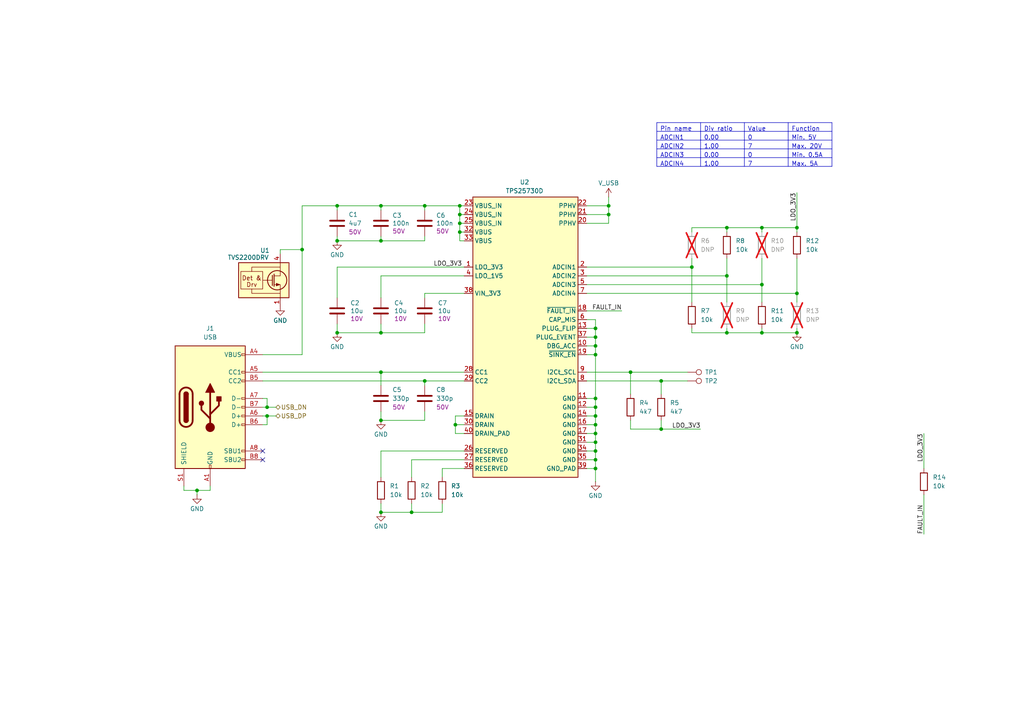
<source format=kicad_sch>
(kicad_sch (version 20250114) (generator "eeschema") (generator_version "9.0")
  (paper "A4")
  (title_block (title "USB-C WLED controller") (rev "1.0") (comment 1 "Resistors 1% tolerance"))
  (lib_symbols
    (symbol "Connector:TestPoint" (pin_numbers (hide yes)) (pin_names (offset 0.762) (hide yes))
      (property "Reference" "TP" (at 0 6.858 0))
      (property "Value" "TestPoint" (at 0 5.08 0))
      (symbol "TestPoint_0_1"
        (circle (center 0 3.302) (radius 0.762))
      )
      (symbol "TestPoint_1_1"
        (pin passive line (at 0 0 90) (length 2.54) (name "1") (number "1"))
      )
    )
    (symbol "Connector:USB_C_Receptacle_USB2.0_16P" (pin_names (offset 1.016))
      (property "Reference" "J" (at 0 22.225 0))
      (property "Value" "USB_C_Receptacle_USB2.0_16P" (at 0 19.685 0))
      (symbol "USB_C_Receptacle_USB2.0_16P_0_0"
        (rectangle (start -0.254 -17.78) (end 0.254 -16.764))
        (rectangle (start 10.16 15.494) (end 9.144 14.986))
        (rectangle (start 10.16 10.414) (end 9.144 9.906))
        (rectangle (start 10.16 7.874) (end 9.144 7.366))
        (rectangle (start 10.16 2.794) (end 9.144 2.286))
        (rectangle (start 10.16 0.254) (end 9.144 -0.254))
        (rectangle (start 10.16 -2.286) (end 9.144 -2.794))
        (rectangle (start 10.16 -4.826) (end 9.144 -5.334))
        (rectangle (start 10.16 -12.446) (end 9.144 -12.954))
        (rectangle (start 10.16 -14.986) (end 9.144 -15.494))
      )
      (symbol "USB_C_Receptacle_USB2.0_16P_0_1"
        (rectangle (start -10.16 17.78) (end 10.16 -17.78) (stroke (width 0.254)) (fill (type background)))
        (polyline (pts (xy -8.89 -3.81) (xy -8.89 3.81)) (stroke (width 0.508)))
        (rectangle (start -7.62 -3.81) (end -6.35 3.81) (stroke (width 0.254)) (fill (type outline)))
        (arc (start -7.62 3.81) (mid -6.985 4.4423) (end -6.35 3.81) (stroke (width 0.254)))
        (arc (start -7.62 3.81) (mid -6.985 4.4423) (end -6.35 3.81) (stroke (width 0.254)) (fill (type outline)))
        (arc (start -8.89 3.81) (mid -6.985 5.7067) (end -5.08 3.81) (stroke (width 0.508)))
        (arc (start -5.08 -3.81) (mid -6.985 -5.7067) (end -8.89 -3.81) (stroke (width 0.508)))
        (arc (start -6.35 -3.81) (mid -6.985 -4.4423) (end -7.62 -3.81) (stroke (width 0.254)))
        (arc (start -6.35 -3.81) (mid -6.985 -4.4423) (end -7.62 -3.81) (stroke (width 0.254)) (fill (type outline)))
        (polyline (pts (xy -5.08 3.81) (xy -5.08 -3.81)) (stroke (width 0.508)))
        (circle (center -2.54 1.143) (radius 0.635) (stroke (width 0.254)) (fill (type outline)))
        (polyline (pts (xy -1.27 4.318) (xy 0 6.858) (xy 1.27 4.318) (xy -1.27 4.318)) (stroke (width 0.254)) (fill (type outline)))
        (polyline (pts (xy 0 -2.032) (xy 2.54 0.508) (xy 2.54 1.778)) (stroke (width 0.508)))
        (polyline (pts (xy 0 -3.302) (xy -2.54 -0.762) (xy -2.54 0.508)) (stroke (width 0.508)))
        (polyline (pts (xy 0 -5.842) (xy 0 4.318)) (stroke (width 0.508)))
        (circle (center 0 -5.842) (radius 1.27) (fill (type outline)))
        (rectangle (start 1.905 1.778) (end 3.175 3.048) (stroke (width 0.254)) (fill (type outline)))
      )
      (symbol "USB_C_Receptacle_USB2.0_16P_1_1"
        (pin passive line (at -7.62 -22.86 90) (length 5.08) (name "SHIELD") (number "S1"))
        (pin passive line (at 0 -22.86 90) (length 5.08) (name "GND") (number "A1"))
        (pin passive line (at 0 -22.86 90) (length 5.08) (hide yes) (name "GND") (number "A12"))
        (pin passive line (at 0 -22.86 90) (length 5.08) (hide yes) (name "GND") (number "B1"))
        (pin passive line (at 0 -22.86 90) (length 5.08) (hide yes) (name "GND") (number "B12"))
        (pin passive line (at 15.24 15.24 180) (length 5.08) (name "VBUS") (number "A4"))
        (pin passive line (at 15.24 15.24 180) (length 5.08) (hide yes) (name "VBUS") (number "A9"))
        (pin passive line (at 15.24 15.24 180) (length 5.08) (hide yes) (name "VBUS") (number "B4"))
        (pin passive line (at 15.24 15.24 180) (length 5.08) (hide yes) (name "VBUS") (number "B9"))
        (pin bidirectional line (at 15.24 10.16 180) (length 5.08) (name "CC1") (number "A5"))
        (pin bidirectional line (at 15.24 7.62 180) (length 5.08) (name "CC2") (number "B5"))
        (pin bidirectional line (at 15.24 2.54 180) (length 5.08) (name "D-") (number "A7"))
        (pin bidirectional line (at 15.24 0 180) (length 5.08) (name "D-") (number "B7"))
        (pin bidirectional line (at 15.24 -2.54 180) (length 5.08) (name "D+") (number "A6"))
        (pin bidirectional line (at 15.24 -5.08 180) (length 5.08) (name "D+") (number "B6"))
        (pin bidirectional line (at 15.24 -12.7 180) (length 5.08) (name "SBU1") (number "A8"))
        (pin bidirectional line (at 15.24 -15.24 180) (length 5.08) (name "SBU2") (number "B8"))
      )
    )
    (symbol "Device:C" (pin_numbers (hide yes)) (pin_names (offset 0.254))
      (property "Reference" "C" (at 0.635 2.54 0))
      (property "Value" "C" (at 0.635 -2.54 0))
      (symbol "C_0_1"
        (polyline (pts (xy -2.032 0.762) (xy 2.032 0.762)) (stroke (width 0.508)))
        (polyline (pts (xy -2.032 -0.762) (xy 2.032 -0.762)) (stroke (width 0.508)))
      )
      (symbol "C_1_1"
        (pin passive line (at 0 3.81 270) (length 2.794) (name "~") (number "1"))
        (pin passive line (at 0 -3.81 90) (length 2.794) (name "~") (number "2"))
      )
    )
    (symbol "Device:R" (pin_numbers (hide yes)) (pin_names (offset 0))
      (property "Reference" "R" (at 2.032 0 90))
      (property "Value" "R" (at 0 0 90))
      (symbol "R_0_1"
        (rectangle (start -1.016 -2.54) (end 1.016 2.54) (stroke (width 0.254)))
      )
      (symbol "R_1_1"
        (pin passive line (at 0 3.81 270) (length 1.27) (name "~") (number "1"))
        (pin passive line (at 0 -3.81 90) (length 1.27) (name "~") (number "2"))
      )
    )
    (symbol "Power_Protection:TVS2200DRV" (pin_names (offset 0) (hide yes))
      (property "Reference" "U" (at 2.54 1.27 0))
      (property "Value" "TVS2200DRV" (at 2.54 -1.27 0))
      (symbol "TVS2200DRV_0_0"
        (rectangle (start -11.43 2.54) (end -5.08 -2.54))
        (polyline (pts (xy -8.255 2.54) (xy -8.255 3.81) (xy 0 3.81)))
        (polyline (pts (xy -8.255 -2.54) (xy -8.255 -3.81) (xy 0 -3.81)))
        (polyline (pts (xy 0 1.27) (xy -1.778 1.27)))
        (text "Det &" (at -8.255 0.635 0) (effects (font (size 1.27 1.27))))
        (text "Drv" (at -8.255 -1.27 0) (effects (font (size 1.27 1.27))))
      )
      (symbol "TVS2200DRV_0_1"
        (rectangle (start -12.065 5.08) (end 2.54 -5.08) (stroke (width 0.254)) (fill (type background)))
        (polyline (pts (xy -2.286 1.397) (xy -2.286 -1.524)) (stroke (width 0.254)))
        (polyline (pts (xy -2.286 0) (xy -5.08 0)))
        (polyline (pts (xy -1.778 1.778) (xy -1.778 -1.778)) (stroke (width 0.254)))
        (circle (center -0.889 0) (radius 2.794) (stroke (width 0.254)))
        (polyline (pts (xy -0.127 -1.27) (xy -1.143 -1.651) (xy -1.143 -0.889) (xy -0.127 -1.27)) (fill (type outline)))
        (polyline (pts (xy 0 5.08) (xy 0 2.54)))
        (polyline (pts (xy 0 2.54) (xy 0 1.27)))
        (polyline (pts (xy 0 -2.54) (xy 0 -5.08)))
        (polyline (pts (xy 0 -2.54) (xy 0 -1.27) (xy -1.778 -1.27)))
      )
      (symbol "TVS2200DRV_1_1"
        (pin passive line (at 0 7.62 270) (length 2.54) (name "IN") (number "4"))
        (pin passive line (at 0 7.62 270) (length 2.54) (hide yes) (name "IN") (number "5"))
        (pin passive line (at 0 7.62 270) (length 2.54) (hide yes) (name "IN") (number "6"))
        (pin power_in line (at 0 -7.62 90) (length 2.54) (name "GND") (number "1"))
        (pin passive line (at 0 -7.62 90) (length 2.54) (hide yes) (name "GND") (number "2"))
        (pin passive line (at 0 -7.62 90) (length 2.54) (hide yes) (name "GND") (number "3"))
        (pin passive line (at 0 -7.62 90) (length 2.54) (hide yes) (name "GND") (number "7"))
      )
    )
    (symbol "power:GND" (power) (pin_numbers (hide yes)) (pin_names (offset 0) (hide yes))
      (property "Value" "GND" (at 0 -3.81 0))
      (symbol "GND_0_1"
        (polyline (pts (xy 0 0) (xy 0 -1.27) (xy 1.27 -1.27) (xy 0 -2.54) (xy -1.27 -1.27) (xy 0 -1.27)))
      )
      (symbol "GND_1_1"
        (pin power_in line (at 0 0 270) (length 0) (name "~") (number "1"))
      )
    )
    (symbol "power:VDC" (power) (pin_numbers (hide yes)) (pin_names (offset 0) (hide yes))
      (property "Value" "VDC" (at 0 3.556 0))
      (symbol "VDC_0_1"
        (polyline (pts (xy -0.762 1.27) (xy 0 2.54)))
        (polyline (pts (xy 0 2.54) (xy 0.762 1.27)))
        (polyline (pts (xy 0 0) (xy 0 2.54)))
      )
      (symbol "VDC_1_1"
        (pin power_in line (at 0 0 90) (length 0) (name "~") (number "1"))
      )
    )
    (symbol "wled-controller:TPS25730D"
      (property "Reference" "U" (at 15.494 43.688 0))
      (property "Value" "TPS25730D" (at 14.986 -41.656 0))
      (symbol "TPS25730D_0_1"
        (rectangle (start -15.24 41.91) (end 15.24 -39.37) (stroke (width 0.25)) (fill (type background)))
      )
      (symbol "TPS25730D_1_1"
        (pin power_in line (at -17.78 39.37 0) (length 2.54) (name "VBUS_IN") (number "23"))
        (pin power_in line (at -17.78 36.83 0) (length 2.54) (name "VBUS_IN") (number "24"))
        (pin power_in line (at -17.78 34.29 0) (length 2.54) (name "VBUS_IN") (number "25"))
        (pin power_in line (at -17.78 31.75 0) (length 2.54) (name "VBUS") (number "32"))
        (pin power_in line (at -17.78 29.21 0) (length 2.54) (name "VBUS") (number "33"))
        (pin output line (at -17.78 21.59 0) (length 2.54) (name "LDO_3V3") (number "1"))
        (pin output line (at -17.78 19.05 0) (length 2.54) (name "LDO_1V5") (number "4"))
        (pin power_in line (at -17.78 13.97 0) (length 2.54) (name "VIN_3V3") (number "38"))
        (pin bidirectional line (at -17.78 -8.89 0) (length 2.54) (name "CC1") (number "28"))
        (pin bidirectional line (at -17.78 -11.43 0) (length 2.54) (name "CC2") (number "29"))
        (pin unspecified line (at -17.78 -21.59 0) (length 2.54) (name "DRAIN") (number "15"))
        (pin unspecified line (at -17.78 -24.13 0) (length 2.54) (name "DRAIN") (number "30"))
        (pin unspecified line (at -17.78 -26.67 0) (length 2.54) (name "DRAIN_PAD") (number "40"))
        (pin input line (at -17.78 -31.75 0) (length 2.54) (name "RESERVED") (number "26"))
        (pin input line (at -17.78 -34.29 0) (length 2.54) (name "RESERVED") (number "27"))
        (pin input line (at -17.78 -36.83 0) (length 2.54) (name "RESERVED") (number "36"))
        (pin power_out line (at 17.78 39.37 180) (length 2.54) (name "PPHV") (number "22"))
        (pin power_out line (at 17.78 36.83 180) (length 2.54) (name "PPHV") (number "21"))
        (pin power_out line (at 17.78 34.29 180) (length 2.54) (name "PPHV") (number "20"))
        (pin input line (at 17.78 21.59 180) (length 2.54) (name "ADCIN1") (number "2"))
        (pin input line (at 17.78 19.05 180) (length 2.54) (name "ADCIN2") (number "3"))
        (pin input line (at 17.78 16.51 180) (length 2.54) (name "ADCIN3") (number "5"))
        (pin input line (at 17.78 13.97 180) (length 2.54) (name "ADCIN4") (number "7"))
        (pin input line (at 17.78 8.89 180) (length 2.54) (name "~{FAULT_IN}") (number "18"))
        (pin open_collector line (at 17.78 6.35 180) (length 2.54) (name "CAP_MIS") (number "6"))
        (pin open_collector line (at 17.78 3.81 180) (length 2.54) (name "PLUG_FLIP") (number "13"))
        (pin open_collector line (at 17.78 1.27 180) (length 2.54) (name "PLUG_EVENT") (number "37"))
        (pin open_collector line (at 17.78 -1.27 180) (length 2.54) (name "DBG_ACC") (number "10"))
        (pin open_collector line (at 17.78 -3.81 180) (length 2.54) (name "~{SINK_EN}") (number "19"))
        (pin input line (at 17.78 -8.89 180) (length 2.54) (name "I2Ct_SCL") (number "9"))
        (pin bidirectional line (at 17.78 -11.43 180) (length 2.54) (name "I2Ct_SDA") (number "8"))
        (pin power_in line (at 17.78 -16.51 180) (length 2.54) (name "GND") (number "11"))
        (pin power_in line (at 17.78 -19.05 180) (length 2.54) (name "GND") (number "12"))
        (pin power_in line (at 17.78 -21.59 180) (length 2.54) (name "GND") (number "14"))
        (pin power_in line (at 17.78 -24.13 180) (length 2.54) (name "GND") (number "16"))
        (pin power_in line (at 17.78 -26.67 180) (length 2.54) (name "GND") (number "17"))
        (pin power_in line (at 17.78 -29.21 180) (length 2.54) (name "GND") (number "31"))
        (pin power_in line (at 17.78 -31.75 180) (length 2.54) (name "GND") (number "34"))
        (pin power_in line (at 17.78 -34.29 180) (length 2.54) (name "GND") (number "35"))
        (pin power_in line (at 17.78 -36.83 180) (length 2.54) (name "GND_PAD") (number "39"))
      )
    )
  )
  (junction (at 133.35 67.31))
  (junction (at 110.49 69.85))
  (junction (at 172.72 128.27))
  (junction (at 210.82 96.52))
  (junction (at 231.14 85.09))
  (junction (at 77.47 120.65))
  (junction (at 231.14 66.04))
  (junction (at 220.98 82.55))
  (junction (at 132.08 123.19))
  (junction (at 110.49 107.95))
  (junction (at 172.72 95.25))
  (junction (at 87.63 72.39))
  (junction (at 133.35 62.23))
  (junction (at 172.72 100.33))
  (junction (at 172.72 135.89))
  (junction (at 172.72 130.81))
  (junction (at 133.35 64.77))
  (junction (at 172.72 133.35))
  (junction (at 220.98 96.52))
  (junction (at 176.53 62.23))
  (junction (at 191.77 124.46))
  (junction (at 231.14 96.52))
  (junction (at 220.98 66.04))
  (junction (at 77.47 118.11))
  (junction (at 210.82 66.04))
  (junction (at 172.72 123.19))
  (junction (at 200.66 77.47))
  (junction (at 172.72 115.57))
  (junction (at 110.49 148.59))
  (junction (at 119.38 148.59))
  (junction (at 182.88 107.95))
  (junction (at 210.82 80.01))
  (junction (at 110.49 121.92))
  (junction (at 97.79 96.52))
  (junction (at 110.49 59.69))
  (junction (at 191.77 110.49))
  (junction (at 110.49 96.52))
  (junction (at 123.19 110.49))
  (junction (at 172.72 118.11))
  (junction (at 176.53 59.69))
  (junction (at 172.72 97.79))
  (junction (at 172.72 120.65))
  (junction (at 97.79 59.69))
  (junction (at 97.79 69.85))
  (junction (at 172.72 102.87))
  (junction (at 57.15 142.24))
  (junction (at 133.35 59.69))
  (junction (at 172.72 125.73))
  (junction (at 123.19 59.69))
  (no_connect (at 76.2 133.35))
  (no_connect (at 76.2 130.81))
  (wire (pts (xy 200.66 74.93) (xy 200.66 77.47)))
  (wire (pts (xy 133.35 67.31) (xy 133.35 64.77)))
  (wire (pts (xy 210.82 80.01) (xy 210.82 87.63)))
  (wire (pts (xy 110.49 59.69) (xy 123.19 59.69)))
  (wire (pts (xy 176.53 62.23) (xy 176.53 59.69)))
  (wire (pts (xy 110.49 119.38) (xy 110.49 121.92)))
  (wire (pts (xy 133.35 69.85) (xy 133.35 67.31)))
  (wire (pts (xy 110.49 93.98) (xy 110.49 96.52)))
  (wire (pts (xy 170.18 102.87) (xy 172.72 102.87)))
  (wire (pts (xy 170.18 59.69) (xy 176.53 59.69)))
  (wire (pts (xy 200.66 95.25) (xy 200.66 96.52)))
  (wire (pts (xy 172.72 100.33) (xy 172.72 102.87)))
  (wire (pts (xy 110.49 80.01) (xy 134.62 80.01)))
  (wire (pts (xy 170.18 125.73) (xy 172.72 125.73)))
  (wire (pts (xy 123.19 110.49) (xy 134.62 110.49)))
  (wire (pts (xy 231.14 55.88) (xy 231.14 66.04)))
  (wire (pts (xy 170.18 100.33) (xy 172.72 100.33)))
  (wire (pts (xy 172.72 95.25) (xy 172.72 97.79)))
  (wire (pts (xy 134.62 107.95) (xy 110.49 107.95)))
  (wire (pts (xy 231.14 74.93) (xy 231.14 85.09)))
  (wire (pts (xy 176.53 64.77) (xy 176.53 62.23)))
  (wire (pts (xy 182.88 124.46) (xy 191.77 124.46)))
  (wire (pts (xy 134.62 69.85) (xy 133.35 69.85)))
  (wire (pts (xy 191.77 110.49) (xy 199.39 110.49)))
  (wire (pts (xy 170.18 128.27) (xy 172.72 128.27)))
  (wire (pts (xy 220.98 82.55) (xy 220.98 87.63)))
  (wire (pts (xy 132.08 123.19) (xy 132.08 120.65)))
  (wire (pts (xy 170.18 95.25) (xy 172.72 95.25)))
  (wire (pts (xy 57.15 142.24) (xy 57.15 143.51)))
  (wire (pts (xy 172.72 92.71) (xy 172.72 95.25)))
  (wire (pts (xy 172.72 125.73) (xy 172.72 128.27)))
  (wire (pts (xy 123.19 93.98) (xy 123.19 96.52)))
  (wire (pts (xy 87.63 72.39) (xy 87.63 102.87)))
  (wire (pts (xy 87.63 59.69) (xy 87.63 72.39)))
  (wire (pts (xy 170.18 107.95) (xy 182.88 107.95)))
  (wire (pts (xy 267.97 143.51) (xy 267.97 154.94)))
  (wire (pts (xy 170.18 90.17) (xy 180.34 90.17)))
  (wire (pts (xy 134.62 125.73) (xy 132.08 125.73)))
  (wire (pts (xy 170.18 85.09) (xy 231.14 85.09)))
  (wire (pts (xy 172.72 120.65) (xy 172.72 123.19)))
  (wire (pts (xy 210.82 74.93) (xy 210.82 80.01)))
  (wire (pts (xy 123.19 119.38) (xy 123.19 121.92)))
  (wire (pts (xy 133.35 62.23) (xy 134.62 62.23)))
  (wire (pts (xy 110.49 86.36) (xy 110.49 80.01)))
  (wire (pts (xy 170.18 135.89) (xy 172.72 135.89)))
  (wire (pts (xy 231.14 66.04) (xy 231.14 67.31)))
  (wire (pts (xy 128.27 148.59) (xy 119.38 148.59)))
  (wire (pts (xy 76.2 107.95) (xy 110.49 107.95)))
  (wire (pts (xy 133.35 64.77) (xy 133.35 62.23)))
  (wire (pts (xy 133.35 62.23) (xy 133.35 59.69)))
  (wire (pts (xy 132.08 123.19) (xy 134.62 123.19)))
  (wire (pts (xy 172.72 130.81) (xy 172.72 133.35)))
  (wire (pts (xy 133.35 64.77) (xy 134.62 64.77)))
  (wire (pts (xy 123.19 86.36) (xy 123.19 85.09)))
  (wire (pts (xy 97.79 77.47) (xy 134.62 77.47)))
  (wire (pts (xy 110.49 146.05) (xy 110.49 148.59)))
  (wire (pts (xy 123.19 59.69) (xy 133.35 59.69)))
  (wire (pts (xy 97.79 93.98) (xy 97.79 96.52)))
  (wire (pts (xy 97.79 69.85) (xy 110.49 69.85)))
  (wire (pts (xy 110.49 130.81) (xy 110.49 138.43)))
  (wire (pts (xy 170.18 133.35) (xy 172.72 133.35)))
  (wire (pts (xy 182.88 107.95) (xy 199.39 107.95)))
  (wire (pts (xy 172.72 97.79) (xy 172.72 100.33)))
  (wire (pts (xy 76.2 118.11) (xy 77.47 118.11)))
  (wire (pts (xy 57.15 142.24) (xy 60.96 142.24)))
  (wire (pts (xy 123.19 111.76) (xy 123.19 110.49)))
  (wire (pts (xy 60.96 140.97) (xy 60.96 142.24)))
  (wire (pts (xy 97.79 68.58) (xy 97.79 69.85)))
  (wire (pts (xy 191.77 121.92) (xy 191.77 124.46)))
  (wire (pts (xy 110.49 69.85) (xy 123.19 69.85)))
  (wire (pts (xy 87.63 59.69) (xy 97.79 59.69)))
  (wire (pts (xy 134.62 130.81) (xy 110.49 130.81)))
  (wire (pts (xy 76.2 123.19) (xy 77.47 123.19)))
  (wire (pts (xy 210.82 66.04) (xy 210.82 67.31)))
  (wire (pts (xy 110.49 59.69) (xy 110.49 60.96)))
  (wire (pts (xy 77.47 120.65) (xy 77.47 123.19)))
  (wire (pts (xy 200.66 77.47) (xy 200.66 87.63)))
  (wire (pts (xy 176.53 57.15) (xy 176.53 59.69)))
  (wire (pts (xy 172.72 135.89) (xy 172.72 139.7)))
  (wire (pts (xy 170.18 118.11) (xy 172.72 118.11)))
  (wire (pts (xy 200.66 67.31) (xy 200.66 66.04)))
  (wire (pts (xy 123.19 68.58) (xy 123.19 69.85)))
  (wire (pts (xy 133.35 59.69) (xy 134.62 59.69)))
  (wire (pts (xy 220.98 74.93) (xy 220.98 82.55)))
  (wire (pts (xy 132.08 120.65) (xy 134.62 120.65)))
  (wire (pts (xy 76.2 120.65) (xy 77.47 120.65)))
  (wire (pts (xy 172.72 118.11) (xy 172.72 120.65)))
  (wire (pts (xy 81.28 72.39) (xy 87.63 72.39)))
  (wire (pts (xy 76.2 115.57) (xy 77.47 115.57)))
  (wire (pts (xy 134.62 133.35) (xy 119.38 133.35)))
  (wire (pts (xy 220.98 66.04) (xy 231.14 66.04)))
  (wire (pts (xy 172.72 128.27) (xy 172.72 130.81)))
  (wire (pts (xy 191.77 110.49) (xy 191.77 114.3)))
  (wire (pts (xy 77.47 118.11) (xy 80.01 118.11)))
  (wire (pts (xy 53.34 142.24) (xy 57.15 142.24)))
  (wire (pts (xy 172.72 102.87) (xy 172.72 115.57)))
  (wire (pts (xy 172.72 133.35) (xy 172.72 135.89)))
  (wire (pts (xy 220.98 95.25) (xy 220.98 96.52)))
  (wire (pts (xy 123.19 96.52) (xy 110.49 96.52)))
  (wire (pts (xy 170.18 80.01) (xy 210.82 80.01)))
  (wire (pts (xy 170.18 82.55) (xy 220.98 82.55)))
  (wire (pts (xy 220.98 96.52) (xy 231.14 96.52)))
  (wire (pts (xy 76.2 102.87) (xy 87.63 102.87)))
  (wire (pts (xy 77.47 120.65) (xy 80.01 120.65)))
  (wire (pts (xy 170.18 120.65) (xy 172.72 120.65)))
  (wire (pts (xy 267.97 125.73) (xy 267.97 135.89)))
  (wire (pts (xy 123.19 85.09) (xy 134.62 85.09)))
  (wire (pts (xy 170.18 64.77) (xy 176.53 64.77)))
  (wire (pts (xy 200.66 96.52) (xy 210.82 96.52)))
  (wire (pts (xy 210.82 66.04) (xy 220.98 66.04)))
  (wire (pts (xy 133.35 67.31) (xy 134.62 67.31)))
  (wire (pts (xy 191.77 124.46) (xy 203.2 124.46)))
  (wire (pts (xy 123.19 59.69) (xy 123.19 60.96)))
  (wire (pts (xy 128.27 135.89) (xy 128.27 138.43)))
  (wire (pts (xy 170.18 123.19) (xy 172.72 123.19)))
  (wire (pts (xy 119.38 133.35) (xy 119.38 138.43)))
  (wire (pts (xy 170.18 97.79) (xy 172.72 97.79)))
  (wire (pts (xy 110.49 121.92) (xy 123.19 121.92)))
  (wire (pts (xy 170.18 92.71) (xy 172.72 92.71)))
  (wire (pts (xy 172.72 115.57) (xy 172.72 118.11)))
  (wire (pts (xy 231.14 85.09) (xy 231.14 87.63)))
  (wire (pts (xy 220.98 66.04) (xy 220.98 67.31)))
  (wire (pts (xy 76.2 110.49) (xy 123.19 110.49)))
  (wire (pts (xy 231.14 95.25) (xy 231.14 96.52)))
  (wire (pts (xy 210.82 95.25) (xy 210.82 96.52)))
  (wire (pts (xy 110.49 68.58) (xy 110.49 69.85)))
  (wire (pts (xy 200.66 66.04) (xy 210.82 66.04)))
  (wire (pts (xy 97.79 86.36) (xy 97.79 77.47)))
  (wire (pts (xy 132.08 125.73) (xy 132.08 123.19)))
  (wire (pts (xy 172.72 123.19) (xy 172.72 125.73)))
  (wire (pts (xy 77.47 118.11) (xy 77.47 115.57)))
  (wire (pts (xy 110.49 96.52) (xy 97.79 96.52)))
  (wire (pts (xy 119.38 146.05) (xy 119.38 148.59)))
  (wire (pts (xy 110.49 107.95) (xy 110.49 111.76)))
  (wire (pts (xy 53.34 140.97) (xy 53.34 142.24)))
  (wire (pts (xy 134.62 135.89) (xy 128.27 135.89)))
  (wire (pts (xy 210.82 96.52) (xy 220.98 96.52)))
  (wire (pts (xy 128.27 146.05) (xy 128.27 148.59)))
  (wire (pts (xy 170.18 62.23) (xy 176.53 62.23)))
  (wire (pts (xy 81.28 73.66) (xy 81.28 72.39)))
  (wire (pts (xy 119.38 148.59) (xy 110.49 148.59)))
  (wire (pts (xy 97.79 59.69) (xy 97.79 60.96)))
  (wire (pts (xy 170.18 110.49) (xy 191.77 110.49)))
  (wire (pts (xy 182.88 121.92) (xy 182.88 124.46)))
  (wire (pts (xy 97.79 59.69) (xy 110.49 59.69)))
  (wire (pts (xy 170.18 130.81) (xy 172.72 130.81)))
  (wire (pts (xy 170.18 77.47) (xy 200.66 77.47)))
  (wire (pts (xy 170.18 115.57) (xy 172.72 115.57)))
  (wire (pts (xy 182.88 107.95) (xy 182.88 114.3)))
  (table (column_count 4) (border (external yes) (header yes) (stroke (width 0.254))) (separators (rows yes) (cols yes)) (column_widths 12.7 12.7 12.7 12.7) (row_heights 2.54 2.54 2.54 2.54 2.54) (cells (table_cell "Pin name" (at 190.5 35.56 0) (size 12.7 2.54) (margins 0.9525 0.9525 0.9525 0.9525) (span 1 1)) (table_cell "Div ratio" (at 203.2 35.56 0) (size 12.7 2.54) (margins 0.9525 0.9525 0.9525 0.9525) (span 1 1)) (table_cell "Value" (at 215.9 35.56 0) (size 12.7 2.54) (margins 0.9525 0.9525 0.9525 0.9525) (span 1 1)) (table_cell "Function" (at 228.6 35.56 0) (size 12.7 2.54) (margins 0.9525 0.9525 0.9525 0.9525) (span 1 1)) (table_cell "ADCIN1" (at 190.5 38.1 0) (size 12.7 2.54) (margins 0.9525 0.9525 0.9525 0.9525) (span 1 1)) (table_cell "0.00" (at 203.2 38.1 0) (size 12.7 2.54) (margins 0.9525 0.9525 0.9525 0.9525) (span 1 1)) (table_cell "0" (at 215.9 38.1 0) (size 12.7 2.54) (margins 0.9525 0.9525 0.9525 0.9525) (span 1 1)) (table_cell "Min. 5V" (at 228.6 38.1 0) (size 12.7 2.54) (margins 0.9525 0.9525 0.9525 0.9525) (span 1 1)) (table_cell "ADCIN2" (at 190.5 40.64 0) (size 12.7 2.54) (margins 0.9525 0.9525 0.9525 0.9525) (span 1 1)) (table_cell "1.00" (at 203.2 40.64 0) (size 12.7 2.54) (margins 0.9525 0.9525 0.9525 0.9525) (span 1 1)) (table_cell "7" (at 215.9 40.64 0) (size 12.7 2.54) (margins 0.9525 0.9525 0.9525 0.9525) (span 1 1)) (table_cell "Max. 20V" (at 228.6 40.64 0) (size 12.7 2.54) (margins 0.9525 0.9525 0.9525 0.9525) (span 1 1)) (table_cell "ADCIN3" (at 190.5 43.18 0) (size 12.7 2.54) (margins 0.9525 0.9525 0.9525 0.9525) (span 1 1)) (table_cell "0.00" (at 203.2 43.18 0) (size 12.7 2.54) (margins 0.9525 0.9525 0.9525 0.9525) (span 1 1)) (table_cell "0" (at 215.9 43.18 0) (size 12.7 2.54) (margins 0.9525 0.9525 0.9525 0.9525) (span 1 1)) (table_cell "Min. 0.5A" (at 228.6 43.18 0) (size 12.7 2.54) (margins 0.9525 0.9525 0.9525 0.9525) (span 1 1)) (table_cell "ADCIN4" (at 190.5 45.72 0) (size 12.7 2.54) (margins 0.9525 0.9525 0.9525 0.9525) (span 1 1)) (table_cell "1.00" (at 203.2 45.72 0) (size 12.7 2.54) (margins 0.9525 0.9525 0.9525 0.9525) (span 1 1)) (table_cell "7" (at 215.9 45.72 0) (size 12.7 2.54) (margins 0.9525 0.9525 0.9525 0.9525) (span 1 1)) (table_cell "Max. 5A" (at 228.6 45.72 0) (size 12.7 2.54) (margins 0.9525 0.9525 0.9525 0.9525) (span 1 1))))
  (label "LDO_3V3" (at 125.73 77.47 0))
  (label "LDO_3V3" (at 231.14 55.88 270))
  (label "FAULT_IN" (at 180.34 90.17 180))
  (label "LDO_3V3" (at 203.2 124.46 180))
  (label "LDO_3V3" (at 267.97 125.73 270))
  (label "FAULT_IN" (at 267.97 154.94 90))
  (hierarchical_label "USB_DP" (shape bidirectional) (at 80.01 120.65 0))
  (hierarchical_label "USB_DN" (shape bidirectional) (at 80.01 118.11 0))
  (symbol (lib_id "Connector:TestPoint") (at 199.39 107.95 270) (unit 1)
    (property "Reference" "TP1" (at 204.47 107.95 90) (effects (justify left)))
    (property "Value" "TESTPOINT" (effects (hide yes)))
    (property "Footprint" "TestPoint:TestPoint_Pad_D1.0mm" (effects (hide yes)))
    (property "Datasheet" "-" (effects (hide yes)))
    (property "Description" "test point" (effects (hide yes)))
    (property "JLCPCB" "-" (effects (hide yes)))
    (property "Voltage" "-" (effects (hide yes)))
  )
  (symbol (lib_id "power:GND") (at 97.79 69.85 0) (unit 1)
    (property "Reference" "#PWR06" (effects (hide yes)))
    (property "Value" "GND" (at 97.79 73.914 0))
    (property "Description" "Power symbol creates a global label with name \"GND\" , ground" (effects (hide yes)))
  )
  (symbol (lib_id "Device:R") (at 267.97 139.7 0) (unit 1)
    (property "Reference" "R14" (at 270.51 138.4299 0) (effects (justify left)))
    (property "Value" "10k" (at 270.51 140.9699 0) (effects (justify left)))
    (property "Footprint" "Resistor_SMD:R_0603_1608Metric" (effects (hide yes)))
    (property "Datasheet" "https://jlcpcb.com/partdetail/26547-0603WAF1002T5E/C25804" (effects (hide yes)))
    (property "Description" "Resistor" (effects (hide yes)))
    (property "JLCPCB" "C25804" (effects (hide yes)))
    (property "Voltage" "-" (effects (hide yes)))
  )
  (symbol (lib_id "Device:C") (at 97.79 64.77 0) (unit 1)
    (property "Reference" "C1" (at 101.092 62.2299 0) (effects (justify left)))
    (property "Value" "4u7" (at 101.092 64.7699 0) (effects (justify left)))
    (property "Footprint" "Capacitor_SMD:C_1206_3216Metric" (effects (hide yes)))
    (property "Datasheet" "https://jlcpcb.com/partdetail/30577-1206B475K500NT/C29823" (effects (hide yes)))
    (property "Description" "Unpolarized capacitor" (effects (hide yes)))
    (property "Voltage" "50V" (at 101.092 67.31 0) (effects (justify left)))
    (property "JLCPCB" "C29823" (effects (hide yes)))
  )
  (symbol (lib_id "Device:C") (at 110.49 64.77 0) (unit 1)
    (property "Reference" "C3" (at 113.792 62.4841 0) (effects (justify left)))
    (property "Value" "100n" (at 113.792 64.77 0) (effects (justify left)))
    (property "Footprint" "Capacitor_SMD:C_0603_1608Metric" (effects (hide yes)))
    (property "Datasheet" "https://jlcpcb.com/partdetail/Yageo-CC0603KRX7R9BB104/C14663" (effects (hide yes)))
    (property "Description" "Unpolarized capacitor" (effects (hide yes)))
    (property "JLCPCB" "C14663" (effects (hide yes)))
    (property "Voltage" "50V" (at 113.792 67.0561 0) (effects (justify left)))
  )
  (symbol (lib_id "power:GND") (at 110.49 121.92 0) (unit 1)
    (property "Reference" "#PWR08" (effects (hide yes)))
    (property "Value" "GND" (at 110.49 125.984 0))
    (property "Description" "Power symbol creates a global label with name \"GND\" , ground" (effects (hide yes)))
  )
  (symbol (lib_id "Device:R") (at 200.66 91.44 0) (unit 1)
    (property "Reference" "R7" (at 203.2 90.1699 0) (effects (justify left)))
    (property "Value" "10k" (at 203.2 92.7099 0) (effects (justify left)))
    (property "Footprint" "Resistor_SMD:R_0603_1608Metric" (effects (hide yes)))
    (property "Datasheet" "https://jlcpcb.com/partdetail/26547-0603WAF1002T5E/C25804" (effects (hide yes)))
    (property "Description" "Resistor" (effects (hide yes)))
    (property "JLCPCB" "C25804" (effects (hide yes)))
    (property "Voltage" "-" (effects (hide yes)))
  )
  (symbol (lib_id "Device:C") (at 110.49 90.17 0) (unit 1)
    (property "Reference" "C4" (at 114.3 87.8841 0) (effects (justify left)))
    (property "Value" "10u" (at 114.3 90.17 0) (effects (justify left)))
    (property "Footprint" "Capacitor_SMD:C_0603_1608Metric" (effects (hide yes)))
    (property "Datasheet" "https://jlcpcb.com/partdetail/20411-CL10A106KP8NNNC/C19702" (effects (hide yes)))
    (property "Description" "Unpolarized capacitor" (effects (hide yes)))
    (property "JLCPCB" "C19702" (effects (hide yes)))
    (property "Voltage" "10V" (at 114.3 92.4561 0) (effects (justify left)))
  )
  (symbol (lib_id "Device:R") (at 210.82 91.44 0) (unit 1) (dnp yes)
    (property "Reference" "R9" (at 213.36 90.1699 0) (effects (justify left)))
    (property "Value" "DNP" (at 213.36 92.7099 0) (effects (justify left)))
    (property "Footprint" "Resistor_SMD:R_0603_1608Metric" (effects (hide yes)))
    (property "Datasheet" "-" (effects (hide yes)))
    (property "Description" "Resistor" (effects (hide yes)))
    (property "JLCPCB" "-" (effects (hide yes)))
    (property "Voltage" "-" (effects (hide yes)))
  )
  (symbol (lib_id "Device:C") (at 97.79 90.17 0) (unit 1)
    (property "Reference" "C2" (at 101.6 87.8841 0) (effects (justify left)))
    (property "Value" "10u" (at 101.6 90.17 0) (effects (justify left)))
    (property "Footprint" "Capacitor_SMD:C_0603_1608Metric" (effects (hide yes)))
    (property "Datasheet" "https://jlcpcb.com/partdetail/20411-CL10A106KP8NNNC/C19702" (effects (hide yes)))
    (property "Description" "Unpolarized capacitor" (effects (hide yes)))
    (property "JLCPCB" "C19702" (effects (hide yes)))
    (property "Voltage" "10V" (at 101.6 92.4561 0) (effects (justify left)))
  )
  (symbol (lib_id "Power_Protection:TVS2200DRV") (at 81.28 81.28 0) (unit 1)
    (property "Reference" "U1" (at 78.232 72.644 0) (effects (justify right)))
    (property "Value" "TVS2200DRV" (at 77.978 74.676 0) (effects (justify right)))
    (property "Footprint" "Package_SON:WSON-6-1EP_2x2mm_P0.65mm_EP1x1.6mm" (effects (hide yes)))
    (property "Datasheet" "https://jlcpcb.com/partdetail/TexasInstruments-TVS2200DRVR/C523793" (effects (hide yes)))
    (property "Description" "Flat-Clamp Surge Protection Device. 22Vrwm, WSON-6" (effects (hide yes)))
    (property "JLCPCB" "C523793" (effects (hide yes)))
    (property "Voltage" "-" (effects (hide yes)))
  )
  (symbol (lib_id "power:GND") (at 231.14 96.52 0) (unit 1)
    (property "Reference" "#PWR012" (effects (hide yes)))
    (property "Value" "GND" (at 231.14 100.584 0))
    (property "Description" "Power symbol creates a global label with name \"GND\" , ground" (effects (hide yes)))
  )
  (symbol (lib_id "Device:R") (at 128.27 142.24 0) (unit 1)
    (property "Reference" "R3" (at 130.81 140.9699 0) (effects (justify left)))
    (property "Value" "10k" (at 130.81 143.5099 0) (effects (justify left)))
    (property "Footprint" "Resistor_SMD:R_0603_1608Metric" (effects (hide yes)))
    (property "Datasheet" "https://jlcpcb.com/partdetail/26547-0603WAF1002T5E/C25804" (effects (hide yes)))
    (property "Description" "Resistor" (effects (hide yes)))
    (property "JLCPCB" "C25804" (effects (hide yes)))
    (property "Voltage" "-" (effects (hide yes)))
  )
  (symbol (lib_id "Device:C") (at 110.49 115.57 0) (unit 1)
    (property "Reference" "C5" (at 113.792 113.03 0) (effects (justify left)))
    (property "Value" "330p" (at 113.792 115.57 0) (effects (justify left)))
    (property "Footprint" "Capacitor_SMD:C_0603_1608Metric" (effects (hide yes)))
    (property "Datasheet" "https://jlcpcb.com/partdetail/2016-CL10C331JB8NNNC/C1664" (effects (hide yes)))
    (property "Description" "Unpolarized capacitor" (effects (hide yes)))
    (property "Voltage" "50V" (at 113.792 118.1101 0) (effects (justify left)))
    (property "JLCPCB" "C1664" (effects (hide yes)))
  )
  (symbol (lib_id "Device:R") (at 200.66 71.12 0) (unit 1) (dnp yes)
    (property "Reference" "R6" (at 203.2 69.8499 0) (effects (justify left)))
    (property "Value" "DNP" (at 203.2 72.3899 0) (effects (justify left)))
    (property "Footprint" "Resistor_SMD:R_0603_1608Metric" (effects (hide yes)))
    (property "Datasheet" "-" (effects (hide yes)))
    (property "Description" "Resistor" (effects (hide yes)))
    (property "JLCPCB" "-" (effects (hide yes)))
    (property "Voltage" "-" (effects (hide yes)))
  )
  (symbol (lib_id "Device:R") (at 210.82 71.12 0) (unit 1)
    (property "Reference" "R8" (at 213.36 69.8499 0) (effects (justify left)))
    (property "Value" "10k" (at 213.36 72.3899 0) (effects (justify left)))
    (property "Footprint" "Resistor_SMD:R_0603_1608Metric" (effects (hide yes)))
    (property "Datasheet" "https://jlcpcb.com/partdetail/26547-0603WAF1002T5E/C25804" (effects (hide yes)))
    (property "Description" "Resistor" (effects (hide yes)))
    (property "JLCPCB" "C25804" (effects (hide yes)))
    (property "Voltage" "-" (effects (hide yes)))
  )
  (symbol (lib_id "Device:R") (at 110.49 142.24 0) (unit 1)
    (property "Reference" "R1" (at 113.03 140.9699 0) (effects (justify left)))
    (property "Value" "10k" (at 113.03 143.5099 0) (effects (justify left)))
    (property "Footprint" "Resistor_SMD:R_0603_1608Metric" (effects (hide yes)))
    (property "Datasheet" "https://jlcpcb.com/partdetail/26547-0603WAF1002T5E/C25804" (effects (hide yes)))
    (property "Description" "Resistor" (effects (hide yes)))
    (property "JLCPCB" "C25804" (effects (hide yes)))
    (property "Voltage" "-" (effects (hide yes)))
  )
  (symbol (lib_id "Device:R") (at 191.77 118.11 0) (unit 1)
    (property "Reference" "R5" (at 194.31 116.8399 0) (effects (justify left)))
    (property "Value" "4k7" (at 194.31 119.3799 0) (effects (justify left)))
    (property "Footprint" "Resistor_SMD:R_0603_1608Metric" (effects (hide yes)))
    (property "Datasheet" "https://jlcpcb.com/partdetail/23889-0603WAF4701T5E/C23162" (effects (hide yes)))
    (property "Description" "Resistor" (effects (hide yes)))
    (property "JLCPCB" "C23162" (effects (hide yes)))
    (property "Voltage" "-" (effects (hide yes)))
  )
  (symbol (lib_id "Device:R") (at 182.88 118.11 0) (unit 1)
    (property "Reference" "R4" (at 185.42 116.8399 0) (effects (justify left)))
    (property "Value" "4k7" (at 185.42 119.3799 0) (effects (justify left)))
    (property "Footprint" "Resistor_SMD:R_0603_1608Metric" (effects (hide yes)))
    (property "Datasheet" "https://jlcpcb.com/partdetail/23889-0603WAF4701T5E/C23162" (effects (hide yes)))
    (property "Description" "Resistor" (effects (hide yes)))
    (property "JLCPCB" "C23162" (effects (hide yes)))
    (property "Voltage" "-" (effects (hide yes)))
  )
  (symbol (lib_id "Device:R") (at 220.98 91.44 0) (unit 1)
    (property "Reference" "R11" (at 223.52 90.1699 0) (effects (justify left)))
    (property "Value" "10k" (at 223.52 92.7099 0) (effects (justify left)))
    (property "Footprint" "Resistor_SMD:R_0603_1608Metric" (effects (hide yes)))
    (property "Datasheet" "https://jlcpcb.com/partdetail/26547-0603WAF1002T5E/C25804" (effects (hide yes)))
    (property "Description" "Resistor" (effects (hide yes)))
    (property "JLCPCB" "C25804" (effects (hide yes)))
    (property "Voltage" "-" (effects (hide yes)))
  )
  (symbol (lib_id "power:GND") (at 57.15 143.51 0) (unit 1)
    (property "Reference" "#PWR04" (effects (hide yes)))
    (property "Value" "GND" (at 57.15 147.574 0))
    (property "Description" "Power symbol creates a global label with name \"GND\" , ground" (effects (hide yes)))
  )
  (symbol (lib_id "power:GND") (at 81.28 88.9 0) (unit 1)
    (property "Reference" "#PWR05" (effects (hide yes)))
    (property "Value" "GND" (at 81.28 92.964 0))
    (property "Description" "Power symbol creates a global label with name \"GND\" , ground" (effects (hide yes)))
  )
  (symbol (lib_id "wled-controller:TPS25730D") (at 152.4 99.06 0) (unit 1)
    (property "Reference" "U2" (at 152.146 52.832 0))
    (property "Value" "TPS25730D" (at 152.146 55.372 0))
    (property "Footprint" "wled-footprints:IC_TPS25750DRJKR" (effects (hide yes)))
    (property "Datasheet" "https://jlcpcb.com/partdetail/TexasInstruments-TPS25730DREFR/C22438973" (effects (hide yes)))
    (property "JLCPCB" "C22438973" (effects (hide yes)))
    (property "Voltage" "-" (effects (hide yes)))
  )
  (symbol (lib_id "Device:C") (at 123.19 64.77 0) (unit 1)
    (property "Reference" "C6" (at 126.492 62.4841 0) (effects (justify left)))
    (property "Value" "100n" (at 126.492 64.77 0) (effects (justify left)))
    (property "Footprint" "Capacitor_SMD:C_0603_1608Metric" (effects (hide yes)))
    (property "Datasheet" "https://jlcpcb.com/partdetail/Yageo-CC0603KRX7R9BB104/C14663" (effects (hide yes)))
    (property "Description" "Unpolarized capacitor" (effects (hide yes)))
    (property "JLCPCB" "C14663" (effects (hide yes)))
    (property "Voltage" "50V" (at 126.492 67.0561 0) (effects (justify left)))
  )
  (symbol (lib_id "power:VDC") (at 176.53 57.15 0) (unit 1)
    (property "Reference" "#PWR011" (effects (hide yes)))
    (property "Value" "V_USB" (at 176.53 53.086 0))
    (property "Description" "Power symbol creates a global label with name \"VDC\"" (effects (hide yes)))
  )
  (symbol (lib_id "Device:C") (at 123.19 115.57 0) (unit 1)
    (property "Reference" "C8" (at 126.492 113.03 0) (effects (justify left)))
    (property "Value" "330p" (at 126.492 115.57 0) (effects (justify left)))
    (property "Footprint" "Capacitor_SMD:C_0603_1608Metric" (effects (hide yes)))
    (property "Datasheet" "https://jlcpcb.com/partdetail/2016-CL10C331JB8NNNC/C1664" (effects (hide yes)))
    (property "Description" "Unpolarized capacitor" (effects (hide yes)))
    (property "Voltage" "50V" (at 126.492 118.1101 0) (effects (justify left)))
    (property "JLCPCB" "C1664" (effects (hide yes)))
  )
  (symbol (lib_id "Device:C") (at 123.19 90.17 0) (unit 1)
    (property "Reference" "C7" (at 127 87.8841 0) (effects (justify left)))
    (property "Value" "10u" (at 127 90.17 0) (effects (justify left)))
    (property "Footprint" "Capacitor_SMD:C_0603_1608Metric" (effects (hide yes)))
    (property "Datasheet" "https://jlcpcb.com/partdetail/20411-CL10A106KP8NNNC/C19702" (effects (hide yes)))
    (property "Description" "Unpolarized capacitor" (effects (hide yes)))
    (property "JLCPCB" "C19702" (effects (hide yes)))
    (property "Voltage" "10V" (at 127 92.4561 0) (effects (justify left)))
  )
  (symbol (lib_id "power:GND") (at 97.79 96.52 0) (unit 1)
    (property "Reference" "#PWR07" (effects (hide yes)))
    (property "Value" "GND" (at 97.79 100.584 0))
    (property "Description" "Power symbol creates a global label with name \"GND\" , ground" (effects (hide yes)))
  )
  (symbol (lib_id "Device:R") (at 220.98 71.12 0) (unit 1) (dnp yes)
    (property "Reference" "R10" (at 223.52 69.8499 0) (effects (justify left)))
    (property "Value" "DNP" (at 223.52 72.3899 0) (effects (justify left)))
    (property "Footprint" "Resistor_SMD:R_0603_1608Metric" (effects (hide yes)))
    (property "Datasheet" "-" (effects (hide yes)))
    (property "Description" "Resistor" (effects (hide yes)))
    (property "JLCPCB" "-" (effects (hide yes)))
    (property "Voltage" "-" (effects (hide yes)))
  )
  (symbol (lib_id "power:GND") (at 172.72 139.7 0) (unit 1)
    (property "Reference" "#PWR010" (effects (hide yes)))
    (property "Value" "GND" (at 172.72 143.764 0))
    (property "Description" "Power symbol creates a global label with name \"GND\" , ground" (effects (hide yes)))
  )
  (symbol (lib_id "Connector:USB_C_Receptacle_USB2.0_16P") (at 60.96 118.11 0) (unit 1)
    (property "Reference" "J1" (at 60.96 95.25 0))
    (property "Value" "USB" (at 60.96 97.79 0))
    (property "Footprint" "Connector_USB:USB_C_Receptacle_XKB_U262-16XN-4BVC11" (effects (hide yes)))
    (property "Datasheet" "https://jlcpcb.com/partdetail/Korean_HropartsElec-TYPE_C_31_M12/C165948" (effects (hide yes)))
    (property "Description" "USB 2.0-only 16P Type-C Receptacle connector" (effects (hide yes)))
    (property "JLCPCB" "C165948" (effects (hide yes)))
    (property "Voltage" "-" (effects (hide yes)))
  )
  (symbol (lib_id "Device:R") (at 119.38 142.24 0) (unit 1)
    (property "Reference" "R2" (at 121.92 140.9699 0) (effects (justify left)))
    (property "Value" "10k" (at 121.92 143.5099 0) (effects (justify left)))
    (property "Footprint" "Resistor_SMD:R_0603_1608Metric" (effects (hide yes)))
    (property "Datasheet" "https://jlcpcb.com/partdetail/26547-0603WAF1002T5E/C25804" (effects (hide yes)))
    (property "Description" "Resistor" (effects (hide yes)))
    (property "JLCPCB" "C25804" (effects (hide yes)))
    (property "Voltage" "-" (effects (hide yes)))
  )
  (symbol (lib_id "Device:R") (at 231.14 71.12 0) (unit 1)
    (property "Reference" "R12" (at 233.68 69.8499 0) (effects (justify left)))
    (property "Value" "10k" (at 233.68 72.3899 0) (effects (justify left)))
    (property "Footprint" "Resistor_SMD:R_0603_1608Metric" (effects (hide yes)))
    (property "Datasheet" "https://jlcpcb.com/partdetail/26547-0603WAF1002T5E/C25804" (effects (hide yes)))
    (property "Description" "Resistor" (effects (hide yes)))
    (property "JLCPCB" "C25804" (effects (hide yes)))
    (property "Voltage" "-" (effects (hide yes)))
  )
  (symbol (lib_id "power:GND") (at 110.49 148.59 0) (unit 1)
    (property "Reference" "#PWR09" (effects (hide yes)))
    (property "Value" "GND" (at 110.49 152.654 0))
    (property "Description" "Power symbol creates a global label with name \"GND\" , ground" (effects (hide yes)))
  )
  (symbol (lib_id "Device:R") (at 231.14 91.44 0) (unit 1) (dnp yes)
    (property "Reference" "R13" (at 233.68 90.1699 0) (effects (justify left)))
    (property "Value" "DNP" (at 233.68 92.7099 0) (effects (justify left)))
    (property "Footprint" "Resistor_SMD:R_0603_1608Metric" (effects (hide yes)))
    (property "Datasheet" "-" (effects (hide yes)))
    (property "Description" "Resistor" (effects (hide yes)))
    (property "JLCPCB" "-" (effects (hide yes)))
    (property "Voltage" "-" (effects (hide yes)))
  )
  (symbol (lib_id "Connector:TestPoint") (at 199.39 110.49 270) (unit 1)
    (property "Reference" "TP2" (at 204.47 110.49 90) (effects (justify left)))
    (property "Value" "TESTPOINT" (effects (hide yes)))
    (property "Footprint" "TestPoint:TestPoint_Pad_D1.0mm" (effects (hide yes)))
    (property "Datasheet" "-" (effects (hide yes)))
    (property "Description" "test point" (effects (hide yes)))
    (property "JLCPCB" "-" (effects (hide yes)))
    (property "Voltage" "-" (effects (hide yes)))
  )
)
</source>
